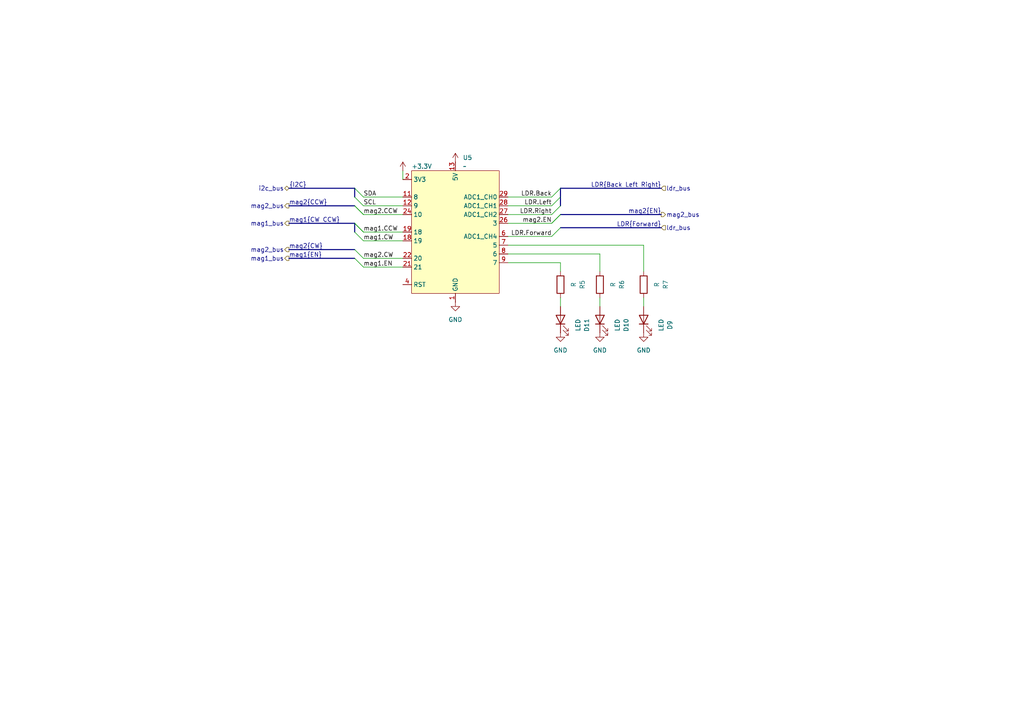
<source format=kicad_sch>
(kicad_sch (version 20250114) (generator "eeschema") (generator_version "9.0")
  (paper "A4")
  (lib_symbols
    (symbol "Device:LED" (pin_numbers (hide yes)) (pin_names (offset 1.016) (hide yes))
      (property "Reference" "D" (at 0 2.54 0))
      (property "Value" "LED" (at 0 -2.54 0))
      (symbol "LED_0_1"
        (polyline (pts (xy -3.048 -0.762) (xy -4.572 -2.286) (xy -3.81 -2.286) (xy -4.572 -2.286) (xy -4.572 -1.524)))
        (polyline (pts (xy -1.778 -0.762) (xy -3.302 -2.286) (xy -2.54 -2.286) (xy -3.302 -2.286) (xy -3.302 -1.524)))
        (polyline (pts (xy -1.27 0) (xy 1.27 0)))
        (polyline (pts (xy -1.27 -1.27) (xy -1.27 1.27)) (stroke (width 0.254)))
        (polyline (pts (xy 1.27 -1.27) (xy 1.27 1.27) (xy -1.27 0) (xy 1.27 -1.27)) (stroke (width 0.254)))
      )
      (symbol "LED_1_1"
        (pin passive line (at -3.81 0 0) (length 2.54) (name "K") (number "1"))
        (pin passive line (at 3.81 0 180) (length 2.54) (name "A") (number "2"))
      )
    )
    (symbol "Device:R" (pin_numbers (hide yes)) (pin_names (offset 0))
      (property "Reference" "R" (at 2.032 0 90))
      (property "Value" "R" (at 0 0 90))
      (symbol "R_0_1"
        (rectangle (start -1.016 -2.54) (end 1.016 2.54) (stroke (width 0.254)))
      )
      (symbol "R_1_1"
        (pin passive line (at 0 3.81 270) (length 1.27) (name "~") (number "1"))
        (pin passive line (at 0 -3.81 90) (length 1.27) (name "~") (number "2"))
      )
    )
    (symbol "ESP32_Boards:ESP32-C3-DevKitC-02"
      (property "Reference" "U" (at 5.334 3.556 0))
      (symbol "ESP32-C3-DevKitC-02_1_1"
        (rectangle (start -12.7 2.54) (end 12.7 -33.02) (fill (type color) (color 255 255 194 1)))
        (pin power_out line (at -15.24 0 0) (length 2.54) (name "3V3") (number "2"))
        (pin passive line (at -15.24 0 0) (length 2.54) (hide yes) (name "3V3") (number "3"))
        (pin output line (at -15.24 -5.08 0) (length 2.54) (name "8") (number "11"))
        (pin output line (at -15.24 -7.62 0) (length 2.54) (name "9") (number "12"))
        (pin output line (at -15.24 -10.16 0) (length 2.54) (name "10") (number "24"))
        (pin output line (at -15.24 -15.24 0) (length 2.54) (name "18") (number "19"))
        (pin output line (at -15.24 -17.78 0) (length 2.54) (name "19") (number "18"))
        (pin output line (at -15.24 -22.86 0) (length 2.54) (name "20") (number "22"))
        (pin output line (at -15.24 -25.4 0) (length 2.54) (name "21") (number "21"))
        (pin input line (at -15.24 -30.48 0) (length 2.54) (name "RST") (number "4"))
        (pin passive line (at 0 5.08 270) (length 2.54) (name "5V") (number "13"))
        (pin passive line (at 0 5.08 270) (length 2.54) (hide yes) (name "5V") (number "14"))
        (pin power_in line (at 0 -35.56 90) (length 2.54) (name "GND") (number "1"))
        (pin passive line (at 0 -35.56 90) (length 2.54) (hide yes) (name "GND") (number "10"))
        (pin passive line (at 0 -35.56 90) (length 2.54) (hide yes) (name "GND") (number "15"))
        (pin passive line (at 0 -35.56 90) (length 2.54) (hide yes) (name "GND") (number "16"))
        (pin passive line (at 0 -35.56 90) (length 2.54) (hide yes) (name "GND") (number "17"))
        (pin passive line (at 0 -35.56 90) (length 2.54) (hide yes) (name "GND") (number "20"))
        (pin passive line (at 0 -35.56 90) (length 2.54) (hide yes) (name "GND") (number "23"))
        (pin passive line (at 0 -35.56 90) (length 2.54) (hide yes) (name "GND") (number "25"))
        (pin passive line (at 0 -35.56 90) (length 2.54) (hide yes) (name "GND") (number "30"))
        (pin passive line (at 0 -35.56 90) (length 2.54) (hide yes) (name "GND") (number "5"))
        (pin output line (at 15.24 -5.08 180) (length 2.54) (name "0") (number "29") (alternate "ADC1_CH0" bidirectional line))
        (pin output line (at 15.24 -7.62 180) (length 2.54) (name "1") (number "28") (alternate "ADC1_CH1" bidirectional line))
        (pin output line (at 15.24 -10.16 180) (length 2.54) (name "2") (number "27") (alternate "ADC1_CH2" bidirectional line))
        (pin output line (at 15.24 -12.7 180) (length 2.54) (name "3") (number "26"))
        (pin output line (at 15.24 -16.51 180) (length 2.54) (name "4") (number "6") (alternate "ADC1_CH4" bidirectional line))
        (pin output line (at 15.24 -19.05 180) (length 2.54) (name "5") (number "7"))
        (pin output line (at 15.24 -21.59 180) (length 2.54) (name "6") (number "8"))
        (pin output line (at 15.24 -24.13 180) (length 2.54) (name "7") (number "9"))
      )
    )
    (symbol "power:+3.3V" (power) (pin_numbers (hide yes)) (pin_names (offset 0) (hide yes))
      (property "Value" "+3.3V" (at 0 3.556 0))
      (symbol "+3.3V_0_1"
        (polyline (pts (xy -0.762 1.27) (xy 0 2.54)))
        (polyline (pts (xy 0 2.54) (xy 0.762 1.27)))
        (polyline (pts (xy 0 0) (xy 0 2.54)))
      )
      (symbol "+3.3V_1_1"
        (pin power_in line (at 0 0 90) (length 0) (name "~") (number "1"))
      )
    )
    (symbol "power:+5V" (power) (pin_numbers (hide yes)) (pin_names (offset 0) (hide yes))
      (property "Value" "+5V" (at 0 3.556 0))
      (symbol "+5V_0_1"
        (polyline (pts (xy -0.762 1.27) (xy 0 2.54)))
        (polyline (pts (xy 0 2.54) (xy 0.762 1.27)))
        (polyline (pts (xy 0 0) (xy 0 2.54)))
      )
      (symbol "+5V_1_1"
        (pin power_in line (at 0 0 90) (length 0) (name "~") (number "1"))
      )
    )
    (symbol "power:GND" (power) (pin_numbers (hide yes)) (pin_names (offset 0) (hide yes))
      (property "Value" "GND" (at 0 -3.81 0))
      (symbol "GND_0_1"
        (polyline (pts (xy 0 0) (xy 0 -1.27) (xy 1.27 -1.27) (xy 0 -2.54) (xy -1.27 -1.27) (xy 0 -1.27)))
      )
      (symbol "GND_1_1"
        (pin power_in line (at 0 0 270) (length 0) (name "~") (number "1"))
      )
    )
  )
  (bus_entry (at 102.87 72.39) (size 2.54 2.54))
  (bus_entry (at 102.87 54.61) (size 2.54 2.54))
  (bus_entry (at 102.87 59.69) (size 2.54 2.54))
  (bus_entry (at 102.87 57.15) (size 2.54 2.54))
  (bus_entry (at 102.87 64.77) (size 2.54 2.54))
  (bus_entry (at 162.56 59.69) (size -2.54 2.54))
  (bus_entry (at 102.87 67.31) (size 2.54 2.54))
  (bus_entry (at 162.56 57.15) (size -2.54 2.54))
  (bus_entry (at 102.87 64.77) (size 2.54 2.54))
  (bus_entry (at 102.87 74.93) (size 2.54 2.54))
  (bus_entry (at 102.87 59.69) (size 2.54 2.54))
  (bus_entry (at 162.56 54.61) (size -2.54 2.54))
  (bus_entry (at 160.02 64.77) (size 2.54 -2.54))
  (bus_entry (at 162.56 66.04) (size -2.54 2.54))
  (bus_entry (at 162.56 62.23) (size -2.54 2.54))
  (wire (pts (xy 173.99 88.9) (xy 173.99 86.36)))
  (wire (pts (xy 147.32 68.58) (xy 160.02 68.58)))
  (wire (pts (xy 147.32 73.66) (xy 173.99 73.66)))
  (wire (pts (xy 116.84 49.53) (xy 116.84 52.07)))
  (bus (pts (xy 162.56 57.15) (xy 162.56 59.69)))
  (wire (pts (xy 147.32 71.12) (xy 186.69 71.12)))
  (wire (pts (xy 162.56 78.74) (xy 162.56 76.2)))
  (wire (pts (xy 173.99 73.66) (xy 173.99 78.74)))
  (bus (pts (xy 102.87 54.61) (xy 102.87 57.15)))
  (wire (pts (xy 147.32 59.69) (xy 160.02 59.69)))
  (bus (pts (xy 102.87 64.77) (xy 102.87 67.31)))
  (bus (pts (xy 162.56 54.61) (xy 191.77 54.61)))
  (bus (pts (xy 162.56 66.04) (xy 191.77 66.04)))
  (wire (pts (xy 105.41 77.47) (xy 116.84 77.47)))
  (wire (pts (xy 105.41 74.93) (xy 116.84 74.93)))
  (wire (pts (xy 186.69 86.36) (xy 186.69 88.9)))
  (wire (pts (xy 105.41 67.31) (xy 116.84 67.31)))
  (bus (pts (xy 162.56 54.61) (xy 162.56 57.15)))
  (wire (pts (xy 105.41 59.69) (xy 116.84 59.69)))
  (wire (pts (xy 105.41 69.85) (xy 116.84 69.85)))
  (wire (pts (xy 105.41 57.15) (xy 116.84 57.15)))
  (wire (pts (xy 186.69 71.12) (xy 186.69 78.74)))
  (wire (pts (xy 147.32 62.23) (xy 160.02 62.23)))
  (wire (pts (xy 162.56 76.2) (xy 147.32 76.2)))
  (wire (pts (xy 147.32 57.15) (xy 160.02 57.15)))
  (bus (pts (xy 83.82 54.61) (xy 102.87 54.61)))
  (wire (pts (xy 147.32 64.77) (xy 160.02 64.77)))
  (bus (pts (xy 83.82 64.77) (xy 102.87 64.77)))
  (bus (pts (xy 102.87 72.39) (xy 83.82 72.39)))
  (bus (pts (xy 102.87 59.69) (xy 83.82 59.69)))
  (wire (pts (xy 105.41 62.23) (xy 116.84 62.23)))
  (wire (pts (xy 162.56 88.9) (xy 162.56 86.36)))
  (bus (pts (xy 162.56 62.23) (xy 191.77 62.23)))
  (bus (pts (xy 83.82 74.93) (xy 102.87 74.93)))
  (label "LDR.Left" (at 160.02 59.69 180))
  (label "mag2.CW" (at 105.41 74.93 0))
  (label "LDR.Forward" (at 160.02 68.58 180))
  (label "mag1{EN}" (at 83.82 74.93 0))
  (label "LDR{Back Left Right}" (at 191.77 54.61 180))
  (label "mag2{EN}" (at 191.77 62.23 180))
  (label "LDR{Forward}" (at 191.77 66.04 180))
  (label "mag2.EN" (at 160.02 64.77 180))
  (label "mag2.CCW" (at 105.41 62.23 0))
  (label "mag2{CCW}" (at 83.82 59.69 0))
  (label "SDA" (at 105.41 57.15 0))
  (label "SCL" (at 105.41 59.69 0))
  (label "mag1.EN" (at 105.41 77.47 0))
  (label "mag2{CW}" (at 83.82 72.39 0))
  (label "mag1.CW" (at 105.41 69.85 0))
  (label "mag1.CCW" (at 105.41 67.31 0))
  (label "LDR.Right" (at 160.02 62.23 180))
  (label "{I2C}" (at 88.9 54.61 180))
  (label "mag1{CW CCW}" (at 83.82 64.77 0))
  (label "LDR.Back" (at 160.02 57.15 180))
  (hierarchical_label "ldr_bus" (shape input) (at 191.77 54.61 0))
  (hierarchical_label "mag1_bus" (shape output) (at 83.82 74.93 180))
  (hierarchical_label "mag1_bus" (shape output) (at 83.82 64.77 180))
  (hierarchical_label "mag2_bus" (shape output) (at 83.82 59.69 180))
  (hierarchical_label "i2c_bus" (shape bidirectional) (at 83.82 54.61 180))
  (hierarchical_label "mag2_bus" (shape output) (at 191.77 62.23 0))
  (hierarchical_label "ldr_bus" (shape input) (at 191.77 66.04 0))
  (hierarchical_label "mag2_bus" (shape output) (at 83.82 72.39 180))
  (symbol (lib_id "power:GND") (at 162.56 96.52 0) (unit 1)
    (property "Reference" "#PWR015" (effects (hide yes)))
    (property "Value" "GND" (at 162.56 101.6 0))
    (property "Description" "Power symbol creates a global label with name \"GND\" , ground" (effects (hide yes)))
  )
  (symbol (lib_id "Device:LED") (at 173.99 92.71 90) (unit 1)
    (property "Reference" "D10" (at 181.61 94.2975 0))
    (property "Value" "LED" (at 179.07 94.2975 0))
    (property "Footprint" "LED_THT:LED_D5.0mm" (effects (hide yes)))
    (property "Description" "Light emitting diode" (effects (hide yes)))
  )
  (symbol (lib_id "ESP32_Boards:ESP32-C3-DevKitC-02") (at 132.08 52.07 0) (unit 1)
    (property "Reference" "U5" (at 134.2233 45.72 0) (effects (justify left)))
    (property "Value" "~" (at 134.2233 48.26 0) (effects (justify left)))
    (property "Footprint" "RF_Module:ESP32-C3-DevKitM-1" (effects (hide yes)))
    (pin "27" (alternate "ADC1_CH2"))
    (pin "6" (alternate "ADC1_CH4"))
    (pin "28" (alternate "ADC1_CH1"))
    (pin "29" (alternate "ADC1_CH0"))
  )
  (symbol (lib_id "power:GND") (at 186.69 96.52 0) (unit 1)
    (property "Reference" "#PWR013" (effects (hide yes)))
    (property "Value" "GND" (at 186.69 101.6 0))
    (property "Description" "Power symbol creates a global label with name \"GND\" , ground" (effects (hide yes)))
  )
  (symbol (lib_id "Device:R") (at 186.69 82.55 180) (unit 1)
    (property "Reference" "R7" (at 193.04 82.55 90))
    (property "Value" "R" (at 190.5 82.55 90))
    (property "Footprint" "Resistor_THT:R_Axial_DIN0207_L6.3mm_D2.5mm_P7.62mm_Horizontal" (effects (hide yes)))
    (property "Description" "Resistor" (effects (hide yes)))
  )
  (symbol (lib_id "power:+3.3V") (at 116.84 49.53 0) (unit 1)
    (property "Reference" "#PWR012" (effects (hide yes)))
    (property "Value" "+3.3V" (at 119.38 48.2599 0) (effects (justify left)))
    (property "Description" "Power symbol creates a global label with name \"+3.3V\"" (effects (hide yes)))
  )
  (symbol (lib_id "power:+5V") (at 132.08 46.99 0) (unit 1)
    (property "Reference" "#PWR014" (effects (hide yes)))
    (property "Value" "+5V" (effects (hide yes)))
    (property "Description" "Power symbol creates a global label with name \"+5V\"" (effects (hide yes)))
  )
  (symbol (lib_id "Device:LED") (at 186.69 92.71 90) (unit 1)
    (property "Reference" "D9" (at 194.31 94.2975 0))
    (property "Value" "LED" (at 191.77 94.2975 0))
    (property "Footprint" "LED_THT:LED_D5.0mm" (effects (hide yes)))
    (property "Description" "Light emitting diode" (effects (hide yes)))
  )
  (symbol (lib_id "Device:R") (at 162.56 82.55 180) (unit 1)
    (property "Reference" "R5" (at 168.91 82.55 90))
    (property "Value" "R" (at 166.37 82.55 90))
    (property "Footprint" "Resistor_THT:R_Axial_DIN0207_L6.3mm_D2.5mm_P7.62mm_Horizontal" (effects (hide yes)))
    (property "Description" "Resistor" (effects (hide yes)))
  )
  (symbol (lib_id "Device:LED") (at 162.56 92.71 90) (unit 1)
    (property "Reference" "D11" (at 170.18 94.2975 0))
    (property "Value" "LED" (at 167.64 94.2975 0))
    (property "Footprint" "LED_THT:LED_D5.0mm" (effects (hide yes)))
    (property "Description" "Light emitting diode" (effects (hide yes)))
  )
  (symbol (lib_id "Device:R") (at 173.99 82.55 180) (unit 1)
    (property "Reference" "R6" (at 180.34 82.55 90))
    (property "Value" "R" (at 177.8 82.55 90))
    (property "Footprint" "Resistor_THT:R_Axial_DIN0207_L6.3mm_D2.5mm_P7.62mm_Horizontal" (effects (hide yes)))
    (property "Description" "Resistor" (effects (hide yes)))
  )
  (symbol (lib_id "power:GND") (at 132.08 87.63 0) (unit 1)
    (property "Reference" "#PWR017" (effects (hide yes)))
    (property "Value" "GND" (at 132.08 92.71 0))
    (property "Description" "Power symbol creates a global label with name \"GND\" , ground" (effects (hide yes)))
  )
  (symbol (lib_id "power:GND") (at 173.99 96.52 0) (unit 1)
    (property "Reference" "#PWR011" (effects (hide yes)))
    (property "Value" "GND" (at 173.99 101.6 0))
    (property "Description" "Power symbol creates a global label with name \"GND\" , ground" (effects (hide yes)))
  )
)
</source>
